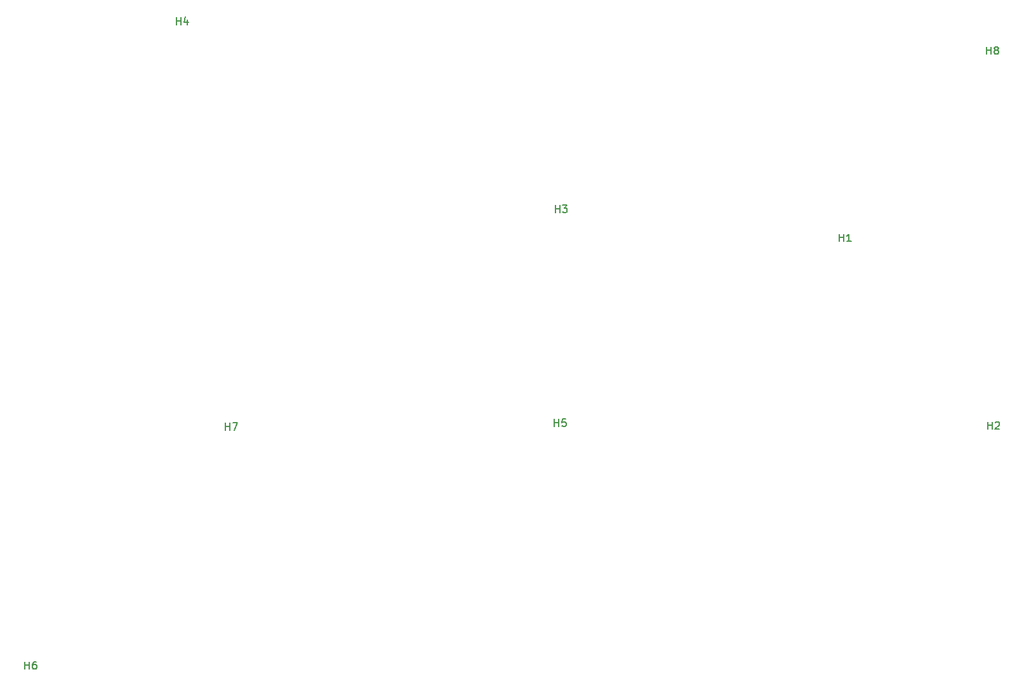
<source format=gbr>
%TF.GenerationSoftware,KiCad,Pcbnew,(5.1.7)-1*%
%TF.CreationDate,2021-04-13T17:18:51+05:30*%
%TF.ProjectId,Pteron56v0,50746572-6f6e-4353-9676-302e6b696361,rev?*%
%TF.SameCoordinates,Original*%
%TF.FileFunction,Legend,Top*%
%TF.FilePolarity,Positive*%
%FSLAX46Y46*%
G04 Gerber Fmt 4.6, Leading zero omitted, Abs format (unit mm)*
G04 Created by KiCad (PCBNEW (5.1.7)-1) date 2021-04-13 17:18:51*
%MOMM*%
%LPD*%
G01*
G04 APERTURE LIST*
%ADD10C,0.150000*%
G04 APERTURE END LIST*
%TO.C,H8*%
D10*
X206756095Y-49084380D02*
X206756095Y-48084380D01*
X206756095Y-48560571D02*
X207327523Y-48560571D01*
X207327523Y-49084380D02*
X207327523Y-48084380D01*
X207946571Y-48512952D02*
X207851333Y-48465333D01*
X207803714Y-48417714D01*
X207756095Y-48322476D01*
X207756095Y-48274857D01*
X207803714Y-48179619D01*
X207851333Y-48132000D01*
X207946571Y-48084380D01*
X208137047Y-48084380D01*
X208232285Y-48132000D01*
X208279904Y-48179619D01*
X208327523Y-48274857D01*
X208327523Y-48322476D01*
X208279904Y-48417714D01*
X208232285Y-48465333D01*
X208137047Y-48512952D01*
X207946571Y-48512952D01*
X207851333Y-48560571D01*
X207803714Y-48608190D01*
X207756095Y-48703428D01*
X207756095Y-48893904D01*
X207803714Y-48989142D01*
X207851333Y-49036761D01*
X207946571Y-49084380D01*
X208137047Y-49084380D01*
X208232285Y-49036761D01*
X208279904Y-48989142D01*
X208327523Y-48893904D01*
X208327523Y-48703428D01*
X208279904Y-48608190D01*
X208232285Y-48560571D01*
X208137047Y-48512952D01*
%TO.C,H7*%
X105244995Y-99262080D02*
X105244995Y-98262080D01*
X105244995Y-98738271D02*
X105816423Y-98738271D01*
X105816423Y-99262080D02*
X105816423Y-98262080D01*
X106197376Y-98262080D02*
X106864042Y-98262080D01*
X106435471Y-99262080D01*
%TO.C,H6*%
X78486095Y-131126380D02*
X78486095Y-130126380D01*
X78486095Y-130602571D02*
X79057523Y-130602571D01*
X79057523Y-131126380D02*
X79057523Y-130126380D01*
X79962285Y-130126380D02*
X79771809Y-130126380D01*
X79676571Y-130174000D01*
X79628952Y-130221619D01*
X79533714Y-130364476D01*
X79486095Y-130554952D01*
X79486095Y-130935904D01*
X79533714Y-131031142D01*
X79581333Y-131078761D01*
X79676571Y-131126380D01*
X79867047Y-131126380D01*
X79962285Y-131078761D01*
X80009904Y-131031142D01*
X80057523Y-130935904D01*
X80057523Y-130697809D01*
X80009904Y-130602571D01*
X79962285Y-130554952D01*
X79867047Y-130507333D01*
X79676571Y-130507333D01*
X79581333Y-130554952D01*
X79533714Y-130602571D01*
X79486095Y-130697809D01*
%TO.C,H5*%
X149098095Y-98741380D02*
X149098095Y-97741380D01*
X149098095Y-98217571D02*
X149669523Y-98217571D01*
X149669523Y-98741380D02*
X149669523Y-97741380D01*
X150621904Y-97741380D02*
X150145714Y-97741380D01*
X150098095Y-98217571D01*
X150145714Y-98169952D01*
X150240952Y-98122333D01*
X150479047Y-98122333D01*
X150574285Y-98169952D01*
X150621904Y-98217571D01*
X150669523Y-98312809D01*
X150669523Y-98550904D01*
X150621904Y-98646142D01*
X150574285Y-98693761D01*
X150479047Y-98741380D01*
X150240952Y-98741380D01*
X150145714Y-98693761D01*
X150098095Y-98646142D01*
%TO.C,H4*%
X98679095Y-45147380D02*
X98679095Y-44147380D01*
X98679095Y-44623571D02*
X99250523Y-44623571D01*
X99250523Y-45147380D02*
X99250523Y-44147380D01*
X100155285Y-44480714D02*
X100155285Y-45147380D01*
X99917190Y-44099761D02*
X99679095Y-44814047D01*
X100298142Y-44814047D01*
%TO.C,H3*%
X149225095Y-70217180D02*
X149225095Y-69217180D01*
X149225095Y-69693371D02*
X149796523Y-69693371D01*
X149796523Y-70217180D02*
X149796523Y-69217180D01*
X150177476Y-69217180D02*
X150796523Y-69217180D01*
X150463190Y-69598133D01*
X150606047Y-69598133D01*
X150701285Y-69645752D01*
X150748904Y-69693371D01*
X150796523Y-69788609D01*
X150796523Y-70026704D01*
X150748904Y-70121942D01*
X150701285Y-70169561D01*
X150606047Y-70217180D01*
X150320333Y-70217180D01*
X150225095Y-70169561D01*
X150177476Y-70121942D01*
%TO.C,H2*%
X206883095Y-99122380D02*
X206883095Y-98122380D01*
X206883095Y-98598571D02*
X207454523Y-98598571D01*
X207454523Y-99122380D02*
X207454523Y-98122380D01*
X207883095Y-98217619D02*
X207930714Y-98170000D01*
X208025952Y-98122380D01*
X208264047Y-98122380D01*
X208359285Y-98170000D01*
X208406904Y-98217619D01*
X208454523Y-98312857D01*
X208454523Y-98408095D01*
X208406904Y-98550952D01*
X207835476Y-99122380D01*
X208454523Y-99122380D01*
%TO.C,H1*%
X187083795Y-74065280D02*
X187083795Y-73065280D01*
X187083795Y-73541471D02*
X187655223Y-73541471D01*
X187655223Y-74065280D02*
X187655223Y-73065280D01*
X188655223Y-74065280D02*
X188083795Y-74065280D01*
X188369509Y-74065280D02*
X188369509Y-73065280D01*
X188274271Y-73208138D01*
X188179033Y-73303376D01*
X188083795Y-73350995D01*
%TD*%
M02*

</source>
